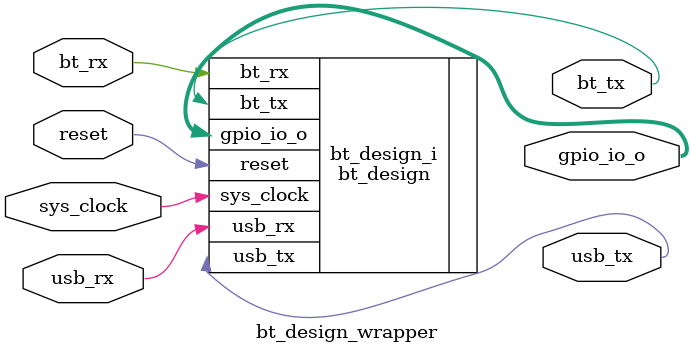
<source format=v>
`timescale 1 ps / 1 ps

module bt_design_wrapper
   (bt_rx,
    bt_tx,
    gpio_io_o,
    reset,
    sys_clock,
    usb_rx,
    usb_tx);
  input bt_rx;
  output bt_tx;
  output [5:0]gpio_io_o;
  input reset;
  input sys_clock;
  input usb_rx;
  output usb_tx;

  wire bt_rx;
  wire bt_tx;
  wire [5:0]gpio_io_o;
  wire reset;
  wire sys_clock;
  wire usb_rx;
  wire usb_tx;

  bt_design bt_design_i
       (.bt_rx(bt_rx),
        .bt_tx(bt_tx),
        .gpio_io_o(gpio_io_o),
        .reset(reset),
        .sys_clock(sys_clock),
        .usb_rx(usb_rx),
        .usb_tx(usb_tx));
endmodule

</source>
